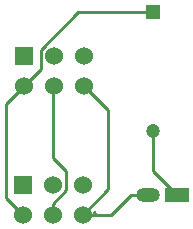
<source format=gbl>
G04 Layer_Physical_Order=2*
G04 Layer_Color=16711680*
%FSLAX44Y44*%
%MOMM*%
G71*
G01*
G75*
%ADD10C,0.2540*%
%ADD11R,1.2000X1.2000*%
%ADD12C,1.2000*%
%ADD13C,1.5240*%
%ADD14R,1.5240X1.5240*%
%ADD15O,2.0000X1.2000*%
%ADD16R,2.0000X1.2000*%
D10*
X137160Y223520D02*
X138430Y222250D01*
X113270Y200660D02*
X113610Y201000D01*
X110490Y107950D02*
Y114300D01*
X71120Y102870D02*
X85090Y88900D01*
X71120Y102870D02*
Y182880D01*
X86360Y198120D01*
X110490Y88900D02*
Y98135D01*
X121920Y109565D01*
Y125730D01*
X110490Y137160D02*
X121920Y125730D01*
X110490Y137160D02*
Y196850D01*
X111760Y198120D01*
X132095Y260020D02*
X195580D01*
X100330Y228255D02*
X132095Y260020D01*
X100330Y212090D02*
Y228255D01*
X86360Y198120D02*
X100330Y212090D01*
X176530Y105410D02*
X190900D01*
X160020Y88900D02*
X176530Y105410D01*
X135890Y88900D02*
X147320D01*
X160020D01*
X195580Y125730D02*
Y160020D01*
Y125730D02*
X215900Y105410D01*
X145415Y90805D02*
X147320Y88900D01*
X137160Y198120D02*
X157480Y177800D01*
Y110490D02*
Y177800D01*
X135890Y88900D02*
X157480Y110490D01*
D11*
X195580Y260020D02*
D03*
D12*
Y160020D02*
D03*
D13*
X86360Y198120D02*
D03*
X111760D02*
D03*
X137160D02*
D03*
X111760Y223520D02*
D03*
X137160D02*
D03*
X85090Y88900D02*
D03*
X110490D02*
D03*
X135890D02*
D03*
X110490Y114300D02*
D03*
X135890D02*
D03*
D14*
X86360Y223520D02*
D03*
X85090Y114300D02*
D03*
D15*
X190900Y105410D02*
D03*
D16*
X215900D02*
D03*
M02*

</source>
